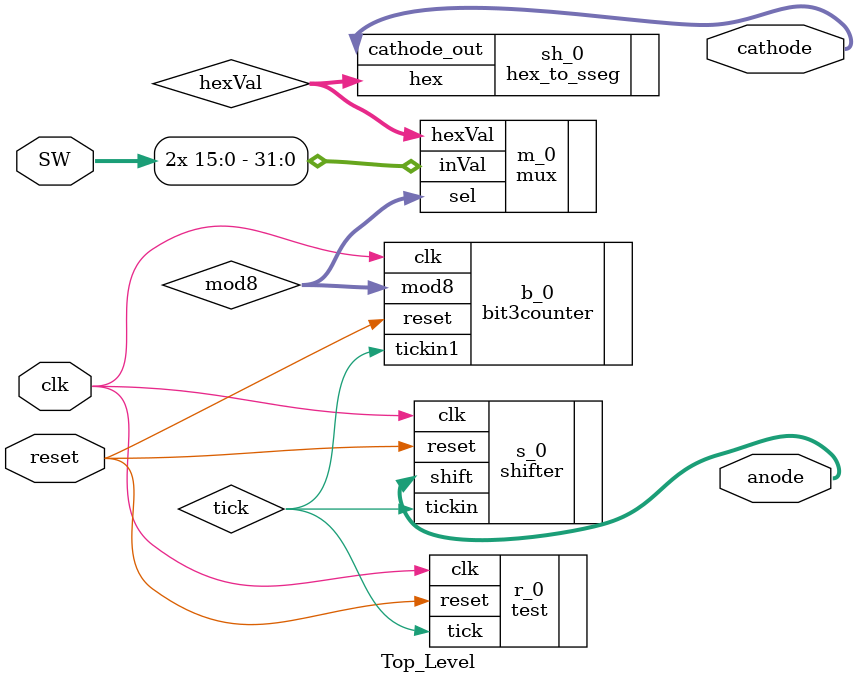
<source format=v>
`timescale 1ns / 1ps
/*
    Trevor Scott   
* Email: scott.30trevor@gmail.com  
* Filename: Design file  
* Date: Feb. 24, 2020   
* Version: 1.3 
*/
//clk, sw, reset, anode,cathode
module Top_Level(clk, reset, SW, anode, cathode );

input clk, reset;
input [15:0] SW;
output [7:0] anode;
output [7:0] cathode;


//ineer connect the proper widths!

wire [2:0] mod8;
wire [3:0] hexVal;
wire tick;
test r_0(
    .clk(clk),
    .reset(reset),
    .tick(tick)
    );

shifter s_0(
    .clk(clk),
    .reset(reset),
    .tickin(tick),
    .shift(anode[7:0])
);

bit3counter b_0(
    .clk(clk),
    .reset(reset),
    .tickin1(tick),
    .mod8(mod8)
);

mux m_0(
    .sel(mod8),
    .inVal({SW[15:0],SW[15:0]}),
    .hexVal(hexVal)   
    );
hex_to_sseg sh_0(
     .hex(hexVal),
     .cathode_out(cathode[7:0])
    );

endmodule

</source>
